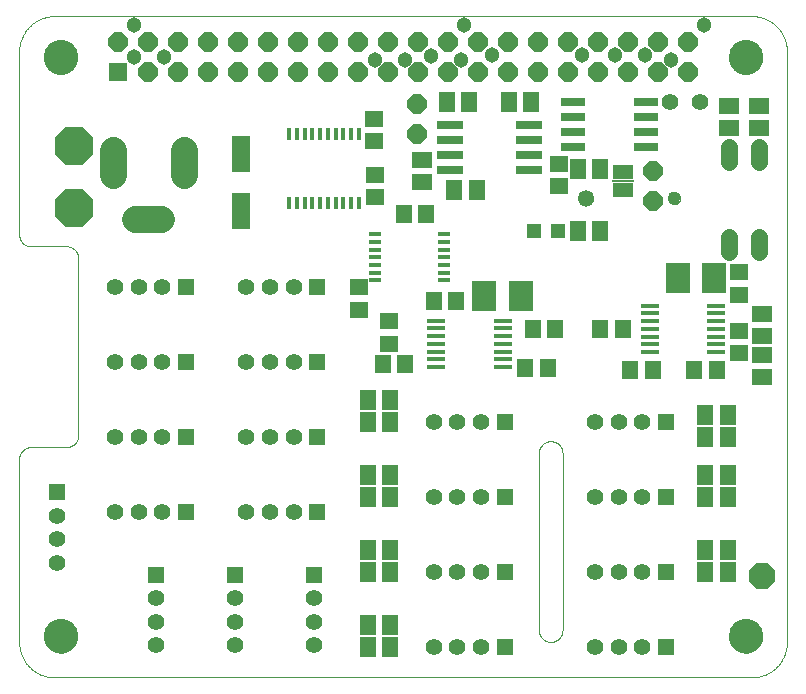
<source format=gts>
G75*
%MOIN*%
%OFA0B0*%
%FSLAX25Y25*%
%IPPOS*%
%LPD*%
%AMOC8*
5,1,8,0,0,1.08239X$1,22.5*
%
%ADD10C,0.00000*%
%ADD11C,0.11424*%
%ADD12R,0.06400X0.06400*%
%ADD13OC8,0.06400*%
%ADD14R,0.09061X0.02762*%
%ADD15R,0.05518X0.06699*%
%ADD16R,0.06699X0.05518*%
%ADD17R,0.05124X0.05124*%
%ADD18R,0.08400X0.03000*%
%ADD19C,0.05600*%
%ADD20R,0.05518X0.06306*%
%ADD21R,0.01600X0.04300*%
%ADD22R,0.06306X0.05518*%
%ADD23C,0.09000*%
%ADD24C,0.05600*%
%ADD25R,0.05912X0.12211*%
%ADD26OC8,0.08900*%
%ADD27OC8,0.12900*%
%ADD28R,0.08077X0.10243*%
%ADD29R,0.06700X0.05000*%
%ADD30R,0.07200X0.00600*%
%ADD31C,0.04337*%
%ADD32C,0.05321*%
%ADD33R,0.04300X0.01600*%
%ADD34R,0.06200X0.01800*%
%ADD35C,0.05124*%
%ADD36R,0.05550X0.05550*%
%ADD37C,0.05550*%
D10*
X0005500Y0014811D02*
X0005500Y0075835D01*
X0005502Y0075959D01*
X0005508Y0076082D01*
X0005517Y0076206D01*
X0005531Y0076328D01*
X0005548Y0076451D01*
X0005570Y0076573D01*
X0005595Y0076694D01*
X0005624Y0076814D01*
X0005656Y0076933D01*
X0005693Y0077052D01*
X0005733Y0077169D01*
X0005776Y0077284D01*
X0005824Y0077399D01*
X0005875Y0077511D01*
X0005929Y0077622D01*
X0005987Y0077732D01*
X0006048Y0077839D01*
X0006113Y0077945D01*
X0006181Y0078048D01*
X0006252Y0078149D01*
X0006326Y0078248D01*
X0006403Y0078345D01*
X0006484Y0078439D01*
X0006567Y0078530D01*
X0006653Y0078619D01*
X0006742Y0078705D01*
X0006833Y0078788D01*
X0006927Y0078869D01*
X0007024Y0078946D01*
X0007123Y0079020D01*
X0007224Y0079091D01*
X0007327Y0079159D01*
X0007433Y0079224D01*
X0007540Y0079285D01*
X0007650Y0079343D01*
X0007761Y0079397D01*
X0007873Y0079448D01*
X0007988Y0079496D01*
X0008103Y0079539D01*
X0008220Y0079579D01*
X0008339Y0079616D01*
X0008458Y0079648D01*
X0008578Y0079677D01*
X0008699Y0079702D01*
X0008821Y0079724D01*
X0008944Y0079741D01*
X0009066Y0079755D01*
X0009190Y0079764D01*
X0009313Y0079770D01*
X0009437Y0079772D01*
X0021248Y0079772D01*
X0021372Y0079774D01*
X0021495Y0079780D01*
X0021619Y0079789D01*
X0021741Y0079803D01*
X0021864Y0079820D01*
X0021986Y0079842D01*
X0022107Y0079867D01*
X0022227Y0079896D01*
X0022346Y0079928D01*
X0022465Y0079965D01*
X0022582Y0080005D01*
X0022697Y0080048D01*
X0022812Y0080096D01*
X0022924Y0080147D01*
X0023035Y0080201D01*
X0023145Y0080259D01*
X0023252Y0080320D01*
X0023358Y0080385D01*
X0023461Y0080453D01*
X0023562Y0080524D01*
X0023661Y0080598D01*
X0023758Y0080675D01*
X0023852Y0080756D01*
X0023943Y0080839D01*
X0024032Y0080925D01*
X0024118Y0081014D01*
X0024201Y0081105D01*
X0024282Y0081199D01*
X0024359Y0081296D01*
X0024433Y0081395D01*
X0024504Y0081496D01*
X0024572Y0081599D01*
X0024637Y0081705D01*
X0024698Y0081812D01*
X0024756Y0081922D01*
X0024810Y0082033D01*
X0024861Y0082145D01*
X0024909Y0082260D01*
X0024952Y0082375D01*
X0024992Y0082492D01*
X0025029Y0082611D01*
X0025061Y0082730D01*
X0025090Y0082850D01*
X0025115Y0082971D01*
X0025137Y0083093D01*
X0025154Y0083216D01*
X0025168Y0083338D01*
X0025177Y0083462D01*
X0025183Y0083585D01*
X0025185Y0083709D01*
X0025185Y0142764D01*
X0025183Y0142888D01*
X0025177Y0143011D01*
X0025168Y0143135D01*
X0025154Y0143257D01*
X0025137Y0143380D01*
X0025115Y0143502D01*
X0025090Y0143623D01*
X0025061Y0143743D01*
X0025029Y0143862D01*
X0024992Y0143981D01*
X0024952Y0144098D01*
X0024909Y0144213D01*
X0024861Y0144328D01*
X0024810Y0144440D01*
X0024756Y0144551D01*
X0024698Y0144661D01*
X0024637Y0144768D01*
X0024572Y0144874D01*
X0024504Y0144977D01*
X0024433Y0145078D01*
X0024359Y0145177D01*
X0024282Y0145274D01*
X0024201Y0145368D01*
X0024118Y0145459D01*
X0024032Y0145548D01*
X0023943Y0145634D01*
X0023852Y0145717D01*
X0023758Y0145798D01*
X0023661Y0145875D01*
X0023562Y0145949D01*
X0023461Y0146020D01*
X0023358Y0146088D01*
X0023252Y0146153D01*
X0023145Y0146214D01*
X0023035Y0146272D01*
X0022924Y0146326D01*
X0022812Y0146377D01*
X0022697Y0146425D01*
X0022582Y0146468D01*
X0022465Y0146508D01*
X0022346Y0146545D01*
X0022227Y0146577D01*
X0022107Y0146606D01*
X0021986Y0146631D01*
X0021864Y0146653D01*
X0021741Y0146670D01*
X0021619Y0146684D01*
X0021495Y0146693D01*
X0021372Y0146699D01*
X0021248Y0146701D01*
X0009437Y0146701D01*
X0009313Y0146703D01*
X0009190Y0146709D01*
X0009066Y0146718D01*
X0008944Y0146732D01*
X0008821Y0146749D01*
X0008699Y0146771D01*
X0008578Y0146796D01*
X0008458Y0146825D01*
X0008339Y0146857D01*
X0008220Y0146894D01*
X0008103Y0146934D01*
X0007988Y0146977D01*
X0007873Y0147025D01*
X0007761Y0147076D01*
X0007650Y0147130D01*
X0007540Y0147188D01*
X0007433Y0147249D01*
X0007327Y0147314D01*
X0007224Y0147382D01*
X0007123Y0147453D01*
X0007024Y0147527D01*
X0006927Y0147604D01*
X0006833Y0147685D01*
X0006742Y0147768D01*
X0006653Y0147854D01*
X0006567Y0147943D01*
X0006484Y0148034D01*
X0006403Y0148128D01*
X0006326Y0148225D01*
X0006252Y0148324D01*
X0006181Y0148425D01*
X0006113Y0148528D01*
X0006048Y0148634D01*
X0005987Y0148741D01*
X0005929Y0148851D01*
X0005875Y0148962D01*
X0005824Y0149074D01*
X0005776Y0149189D01*
X0005733Y0149304D01*
X0005693Y0149421D01*
X0005656Y0149540D01*
X0005624Y0149659D01*
X0005595Y0149779D01*
X0005570Y0149900D01*
X0005548Y0150022D01*
X0005531Y0150145D01*
X0005517Y0150267D01*
X0005508Y0150391D01*
X0005502Y0150514D01*
X0005500Y0150638D01*
X0005500Y0211661D01*
X0005503Y0211946D01*
X0005514Y0212232D01*
X0005531Y0212517D01*
X0005555Y0212801D01*
X0005586Y0213085D01*
X0005624Y0213368D01*
X0005669Y0213649D01*
X0005720Y0213930D01*
X0005778Y0214210D01*
X0005843Y0214488D01*
X0005915Y0214764D01*
X0005993Y0215038D01*
X0006078Y0215311D01*
X0006170Y0215581D01*
X0006268Y0215849D01*
X0006372Y0216115D01*
X0006483Y0216378D01*
X0006600Y0216638D01*
X0006723Y0216896D01*
X0006853Y0217150D01*
X0006989Y0217401D01*
X0007130Y0217649D01*
X0007278Y0217893D01*
X0007431Y0218134D01*
X0007591Y0218370D01*
X0007756Y0218603D01*
X0007926Y0218832D01*
X0008102Y0219057D01*
X0008284Y0219277D01*
X0008470Y0219493D01*
X0008662Y0219704D01*
X0008859Y0219911D01*
X0009061Y0220113D01*
X0009268Y0220310D01*
X0009479Y0220502D01*
X0009695Y0220688D01*
X0009915Y0220870D01*
X0010140Y0221046D01*
X0010369Y0221216D01*
X0010602Y0221381D01*
X0010838Y0221541D01*
X0011079Y0221694D01*
X0011323Y0221842D01*
X0011571Y0221983D01*
X0011822Y0222119D01*
X0012076Y0222249D01*
X0012334Y0222372D01*
X0012594Y0222489D01*
X0012857Y0222600D01*
X0013123Y0222704D01*
X0013391Y0222802D01*
X0013661Y0222894D01*
X0013934Y0222979D01*
X0014208Y0223057D01*
X0014484Y0223129D01*
X0014762Y0223194D01*
X0015042Y0223252D01*
X0015323Y0223303D01*
X0015604Y0223348D01*
X0015887Y0223386D01*
X0016171Y0223417D01*
X0016455Y0223441D01*
X0016740Y0223458D01*
X0017026Y0223469D01*
X0017311Y0223472D01*
X0249594Y0223472D01*
X0249879Y0223469D01*
X0250165Y0223458D01*
X0250450Y0223441D01*
X0250734Y0223417D01*
X0251018Y0223386D01*
X0251301Y0223348D01*
X0251582Y0223303D01*
X0251863Y0223252D01*
X0252143Y0223194D01*
X0252421Y0223129D01*
X0252697Y0223057D01*
X0252971Y0222979D01*
X0253244Y0222894D01*
X0253514Y0222802D01*
X0253782Y0222704D01*
X0254048Y0222600D01*
X0254311Y0222489D01*
X0254571Y0222372D01*
X0254829Y0222249D01*
X0255083Y0222119D01*
X0255334Y0221983D01*
X0255582Y0221842D01*
X0255826Y0221694D01*
X0256067Y0221541D01*
X0256303Y0221381D01*
X0256536Y0221216D01*
X0256765Y0221046D01*
X0256990Y0220870D01*
X0257210Y0220688D01*
X0257426Y0220502D01*
X0257637Y0220310D01*
X0257844Y0220113D01*
X0258046Y0219911D01*
X0258243Y0219704D01*
X0258435Y0219493D01*
X0258621Y0219277D01*
X0258803Y0219057D01*
X0258979Y0218832D01*
X0259149Y0218603D01*
X0259314Y0218370D01*
X0259474Y0218134D01*
X0259627Y0217893D01*
X0259775Y0217649D01*
X0259916Y0217401D01*
X0260052Y0217150D01*
X0260182Y0216896D01*
X0260305Y0216638D01*
X0260422Y0216378D01*
X0260533Y0216115D01*
X0260637Y0215849D01*
X0260735Y0215581D01*
X0260827Y0215311D01*
X0260912Y0215038D01*
X0260990Y0214764D01*
X0261062Y0214488D01*
X0261127Y0214210D01*
X0261185Y0213930D01*
X0261236Y0213649D01*
X0261281Y0213368D01*
X0261319Y0213085D01*
X0261350Y0212801D01*
X0261374Y0212517D01*
X0261391Y0212232D01*
X0261402Y0211946D01*
X0261405Y0211661D01*
X0261406Y0211661D02*
X0261406Y0014811D01*
X0261405Y0014811D02*
X0261402Y0014526D01*
X0261391Y0014240D01*
X0261374Y0013955D01*
X0261350Y0013671D01*
X0261319Y0013387D01*
X0261281Y0013104D01*
X0261236Y0012823D01*
X0261185Y0012542D01*
X0261127Y0012262D01*
X0261062Y0011984D01*
X0260990Y0011708D01*
X0260912Y0011434D01*
X0260827Y0011161D01*
X0260735Y0010891D01*
X0260637Y0010623D01*
X0260533Y0010357D01*
X0260422Y0010094D01*
X0260305Y0009834D01*
X0260182Y0009576D01*
X0260052Y0009322D01*
X0259916Y0009071D01*
X0259775Y0008823D01*
X0259627Y0008579D01*
X0259474Y0008338D01*
X0259314Y0008102D01*
X0259149Y0007869D01*
X0258979Y0007640D01*
X0258803Y0007415D01*
X0258621Y0007195D01*
X0258435Y0006979D01*
X0258243Y0006768D01*
X0258046Y0006561D01*
X0257844Y0006359D01*
X0257637Y0006162D01*
X0257426Y0005970D01*
X0257210Y0005784D01*
X0256990Y0005602D01*
X0256765Y0005426D01*
X0256536Y0005256D01*
X0256303Y0005091D01*
X0256067Y0004931D01*
X0255826Y0004778D01*
X0255582Y0004630D01*
X0255334Y0004489D01*
X0255083Y0004353D01*
X0254829Y0004223D01*
X0254571Y0004100D01*
X0254311Y0003983D01*
X0254048Y0003872D01*
X0253782Y0003768D01*
X0253514Y0003670D01*
X0253244Y0003578D01*
X0252971Y0003493D01*
X0252697Y0003415D01*
X0252421Y0003343D01*
X0252143Y0003278D01*
X0251863Y0003220D01*
X0251582Y0003169D01*
X0251301Y0003124D01*
X0251018Y0003086D01*
X0250734Y0003055D01*
X0250450Y0003031D01*
X0250165Y0003014D01*
X0249879Y0003003D01*
X0249594Y0003000D01*
X0017311Y0003000D01*
X0017026Y0003003D01*
X0016740Y0003014D01*
X0016455Y0003031D01*
X0016171Y0003055D01*
X0015887Y0003086D01*
X0015604Y0003124D01*
X0015323Y0003169D01*
X0015042Y0003220D01*
X0014762Y0003278D01*
X0014484Y0003343D01*
X0014208Y0003415D01*
X0013934Y0003493D01*
X0013661Y0003578D01*
X0013391Y0003670D01*
X0013123Y0003768D01*
X0012857Y0003872D01*
X0012594Y0003983D01*
X0012334Y0004100D01*
X0012076Y0004223D01*
X0011822Y0004353D01*
X0011571Y0004489D01*
X0011323Y0004630D01*
X0011079Y0004778D01*
X0010838Y0004931D01*
X0010602Y0005091D01*
X0010369Y0005256D01*
X0010140Y0005426D01*
X0009915Y0005602D01*
X0009695Y0005784D01*
X0009479Y0005970D01*
X0009268Y0006162D01*
X0009061Y0006359D01*
X0008859Y0006561D01*
X0008662Y0006768D01*
X0008470Y0006979D01*
X0008284Y0007195D01*
X0008102Y0007415D01*
X0007926Y0007640D01*
X0007756Y0007869D01*
X0007591Y0008102D01*
X0007431Y0008338D01*
X0007278Y0008579D01*
X0007130Y0008823D01*
X0006989Y0009071D01*
X0006853Y0009322D01*
X0006723Y0009576D01*
X0006600Y0009834D01*
X0006483Y0010094D01*
X0006372Y0010357D01*
X0006268Y0010623D01*
X0006170Y0010891D01*
X0006078Y0011161D01*
X0005993Y0011434D01*
X0005915Y0011708D01*
X0005843Y0011984D01*
X0005778Y0012262D01*
X0005720Y0012542D01*
X0005669Y0012823D01*
X0005624Y0013104D01*
X0005586Y0013387D01*
X0005555Y0013671D01*
X0005531Y0013955D01*
X0005514Y0014240D01*
X0005503Y0014526D01*
X0005500Y0014811D01*
X0013768Y0016780D02*
X0013770Y0016928D01*
X0013776Y0017076D01*
X0013786Y0017224D01*
X0013800Y0017371D01*
X0013818Y0017518D01*
X0013839Y0017664D01*
X0013865Y0017810D01*
X0013895Y0017955D01*
X0013928Y0018099D01*
X0013966Y0018242D01*
X0014007Y0018384D01*
X0014052Y0018525D01*
X0014100Y0018665D01*
X0014153Y0018804D01*
X0014209Y0018941D01*
X0014269Y0019076D01*
X0014332Y0019210D01*
X0014399Y0019342D01*
X0014470Y0019472D01*
X0014544Y0019600D01*
X0014621Y0019726D01*
X0014702Y0019850D01*
X0014786Y0019972D01*
X0014873Y0020091D01*
X0014964Y0020208D01*
X0015058Y0020323D01*
X0015154Y0020435D01*
X0015254Y0020545D01*
X0015356Y0020651D01*
X0015462Y0020755D01*
X0015570Y0020856D01*
X0015681Y0020954D01*
X0015794Y0021050D01*
X0015910Y0021142D01*
X0016028Y0021231D01*
X0016149Y0021316D01*
X0016272Y0021399D01*
X0016397Y0021478D01*
X0016524Y0021554D01*
X0016653Y0021626D01*
X0016784Y0021695D01*
X0016917Y0021760D01*
X0017052Y0021821D01*
X0017188Y0021879D01*
X0017325Y0021934D01*
X0017464Y0021984D01*
X0017605Y0022031D01*
X0017746Y0022074D01*
X0017889Y0022114D01*
X0018033Y0022149D01*
X0018177Y0022181D01*
X0018323Y0022208D01*
X0018469Y0022232D01*
X0018616Y0022252D01*
X0018763Y0022268D01*
X0018910Y0022280D01*
X0019058Y0022288D01*
X0019206Y0022292D01*
X0019354Y0022292D01*
X0019502Y0022288D01*
X0019650Y0022280D01*
X0019797Y0022268D01*
X0019944Y0022252D01*
X0020091Y0022232D01*
X0020237Y0022208D01*
X0020383Y0022181D01*
X0020527Y0022149D01*
X0020671Y0022114D01*
X0020814Y0022074D01*
X0020955Y0022031D01*
X0021096Y0021984D01*
X0021235Y0021934D01*
X0021372Y0021879D01*
X0021508Y0021821D01*
X0021643Y0021760D01*
X0021776Y0021695D01*
X0021907Y0021626D01*
X0022036Y0021554D01*
X0022163Y0021478D01*
X0022288Y0021399D01*
X0022411Y0021316D01*
X0022532Y0021231D01*
X0022650Y0021142D01*
X0022766Y0021050D01*
X0022879Y0020954D01*
X0022990Y0020856D01*
X0023098Y0020755D01*
X0023204Y0020651D01*
X0023306Y0020545D01*
X0023406Y0020435D01*
X0023502Y0020323D01*
X0023596Y0020208D01*
X0023687Y0020091D01*
X0023774Y0019972D01*
X0023858Y0019850D01*
X0023939Y0019726D01*
X0024016Y0019600D01*
X0024090Y0019472D01*
X0024161Y0019342D01*
X0024228Y0019210D01*
X0024291Y0019076D01*
X0024351Y0018941D01*
X0024407Y0018804D01*
X0024460Y0018665D01*
X0024508Y0018525D01*
X0024553Y0018384D01*
X0024594Y0018242D01*
X0024632Y0018099D01*
X0024665Y0017955D01*
X0024695Y0017810D01*
X0024721Y0017664D01*
X0024742Y0017518D01*
X0024760Y0017371D01*
X0024774Y0017224D01*
X0024784Y0017076D01*
X0024790Y0016928D01*
X0024792Y0016780D01*
X0024790Y0016632D01*
X0024784Y0016484D01*
X0024774Y0016336D01*
X0024760Y0016189D01*
X0024742Y0016042D01*
X0024721Y0015896D01*
X0024695Y0015750D01*
X0024665Y0015605D01*
X0024632Y0015461D01*
X0024594Y0015318D01*
X0024553Y0015176D01*
X0024508Y0015035D01*
X0024460Y0014895D01*
X0024407Y0014756D01*
X0024351Y0014619D01*
X0024291Y0014484D01*
X0024228Y0014350D01*
X0024161Y0014218D01*
X0024090Y0014088D01*
X0024016Y0013960D01*
X0023939Y0013834D01*
X0023858Y0013710D01*
X0023774Y0013588D01*
X0023687Y0013469D01*
X0023596Y0013352D01*
X0023502Y0013237D01*
X0023406Y0013125D01*
X0023306Y0013015D01*
X0023204Y0012909D01*
X0023098Y0012805D01*
X0022990Y0012704D01*
X0022879Y0012606D01*
X0022766Y0012510D01*
X0022650Y0012418D01*
X0022532Y0012329D01*
X0022411Y0012244D01*
X0022288Y0012161D01*
X0022163Y0012082D01*
X0022036Y0012006D01*
X0021907Y0011934D01*
X0021776Y0011865D01*
X0021643Y0011800D01*
X0021508Y0011739D01*
X0021372Y0011681D01*
X0021235Y0011626D01*
X0021096Y0011576D01*
X0020955Y0011529D01*
X0020814Y0011486D01*
X0020671Y0011446D01*
X0020527Y0011411D01*
X0020383Y0011379D01*
X0020237Y0011352D01*
X0020091Y0011328D01*
X0019944Y0011308D01*
X0019797Y0011292D01*
X0019650Y0011280D01*
X0019502Y0011272D01*
X0019354Y0011268D01*
X0019206Y0011268D01*
X0019058Y0011272D01*
X0018910Y0011280D01*
X0018763Y0011292D01*
X0018616Y0011308D01*
X0018469Y0011328D01*
X0018323Y0011352D01*
X0018177Y0011379D01*
X0018033Y0011411D01*
X0017889Y0011446D01*
X0017746Y0011486D01*
X0017605Y0011529D01*
X0017464Y0011576D01*
X0017325Y0011626D01*
X0017188Y0011681D01*
X0017052Y0011739D01*
X0016917Y0011800D01*
X0016784Y0011865D01*
X0016653Y0011934D01*
X0016524Y0012006D01*
X0016397Y0012082D01*
X0016272Y0012161D01*
X0016149Y0012244D01*
X0016028Y0012329D01*
X0015910Y0012418D01*
X0015794Y0012510D01*
X0015681Y0012606D01*
X0015570Y0012704D01*
X0015462Y0012805D01*
X0015356Y0012909D01*
X0015254Y0013015D01*
X0015154Y0013125D01*
X0015058Y0013237D01*
X0014964Y0013352D01*
X0014873Y0013469D01*
X0014786Y0013588D01*
X0014702Y0013710D01*
X0014621Y0013834D01*
X0014544Y0013960D01*
X0014470Y0014088D01*
X0014399Y0014218D01*
X0014332Y0014350D01*
X0014269Y0014484D01*
X0014209Y0014619D01*
X0014153Y0014756D01*
X0014100Y0014895D01*
X0014052Y0015035D01*
X0014007Y0015176D01*
X0013966Y0015318D01*
X0013928Y0015461D01*
X0013895Y0015605D01*
X0013865Y0015750D01*
X0013839Y0015896D01*
X0013818Y0016042D01*
X0013800Y0016189D01*
X0013786Y0016336D01*
X0013776Y0016484D01*
X0013770Y0016632D01*
X0013768Y0016780D01*
X0178728Y0018787D02*
X0178728Y0077803D01*
X0178730Y0077927D01*
X0178736Y0078050D01*
X0178745Y0078174D01*
X0178759Y0078296D01*
X0178776Y0078419D01*
X0178798Y0078541D01*
X0178823Y0078662D01*
X0178852Y0078782D01*
X0178884Y0078901D01*
X0178921Y0079020D01*
X0178961Y0079137D01*
X0179004Y0079252D01*
X0179052Y0079367D01*
X0179103Y0079479D01*
X0179157Y0079590D01*
X0179215Y0079700D01*
X0179276Y0079807D01*
X0179341Y0079913D01*
X0179409Y0080016D01*
X0179480Y0080117D01*
X0179554Y0080216D01*
X0179631Y0080313D01*
X0179712Y0080407D01*
X0179795Y0080498D01*
X0179881Y0080587D01*
X0179970Y0080673D01*
X0180061Y0080756D01*
X0180155Y0080837D01*
X0180252Y0080914D01*
X0180351Y0080988D01*
X0180452Y0081059D01*
X0180555Y0081127D01*
X0180661Y0081192D01*
X0180768Y0081253D01*
X0180878Y0081311D01*
X0180989Y0081365D01*
X0181101Y0081416D01*
X0181216Y0081464D01*
X0181331Y0081507D01*
X0181448Y0081547D01*
X0181567Y0081584D01*
X0181686Y0081616D01*
X0181806Y0081645D01*
X0181927Y0081670D01*
X0182049Y0081692D01*
X0182172Y0081709D01*
X0182294Y0081723D01*
X0182418Y0081732D01*
X0182541Y0081738D01*
X0182665Y0081740D01*
X0182789Y0081738D01*
X0182912Y0081732D01*
X0183036Y0081723D01*
X0183158Y0081709D01*
X0183281Y0081692D01*
X0183403Y0081670D01*
X0183524Y0081645D01*
X0183644Y0081616D01*
X0183763Y0081584D01*
X0183882Y0081547D01*
X0183999Y0081507D01*
X0184114Y0081464D01*
X0184229Y0081416D01*
X0184341Y0081365D01*
X0184452Y0081311D01*
X0184562Y0081253D01*
X0184669Y0081192D01*
X0184775Y0081127D01*
X0184878Y0081059D01*
X0184979Y0080988D01*
X0185078Y0080914D01*
X0185175Y0080837D01*
X0185269Y0080756D01*
X0185360Y0080673D01*
X0185449Y0080587D01*
X0185535Y0080498D01*
X0185618Y0080407D01*
X0185699Y0080313D01*
X0185776Y0080216D01*
X0185850Y0080117D01*
X0185921Y0080016D01*
X0185989Y0079913D01*
X0186054Y0079807D01*
X0186115Y0079700D01*
X0186173Y0079590D01*
X0186227Y0079479D01*
X0186278Y0079367D01*
X0186326Y0079252D01*
X0186369Y0079137D01*
X0186409Y0079020D01*
X0186446Y0078901D01*
X0186478Y0078782D01*
X0186507Y0078662D01*
X0186532Y0078541D01*
X0186554Y0078419D01*
X0186571Y0078296D01*
X0186585Y0078174D01*
X0186594Y0078050D01*
X0186600Y0077927D01*
X0186602Y0077803D01*
X0186602Y0018787D01*
X0186600Y0018663D01*
X0186594Y0018540D01*
X0186585Y0018416D01*
X0186571Y0018294D01*
X0186554Y0018171D01*
X0186532Y0018049D01*
X0186507Y0017928D01*
X0186478Y0017808D01*
X0186446Y0017689D01*
X0186409Y0017570D01*
X0186369Y0017453D01*
X0186326Y0017338D01*
X0186278Y0017223D01*
X0186227Y0017111D01*
X0186173Y0017000D01*
X0186115Y0016890D01*
X0186054Y0016783D01*
X0185989Y0016677D01*
X0185921Y0016574D01*
X0185850Y0016473D01*
X0185776Y0016374D01*
X0185699Y0016277D01*
X0185618Y0016183D01*
X0185535Y0016092D01*
X0185449Y0016003D01*
X0185360Y0015917D01*
X0185269Y0015834D01*
X0185175Y0015753D01*
X0185078Y0015676D01*
X0184979Y0015602D01*
X0184878Y0015531D01*
X0184775Y0015463D01*
X0184669Y0015398D01*
X0184562Y0015337D01*
X0184452Y0015279D01*
X0184341Y0015225D01*
X0184229Y0015174D01*
X0184114Y0015126D01*
X0183999Y0015083D01*
X0183882Y0015043D01*
X0183763Y0015006D01*
X0183644Y0014974D01*
X0183524Y0014945D01*
X0183403Y0014920D01*
X0183281Y0014898D01*
X0183158Y0014881D01*
X0183036Y0014867D01*
X0182912Y0014858D01*
X0182789Y0014852D01*
X0182665Y0014850D01*
X0182541Y0014852D01*
X0182418Y0014858D01*
X0182294Y0014867D01*
X0182172Y0014881D01*
X0182049Y0014898D01*
X0181927Y0014920D01*
X0181806Y0014945D01*
X0181686Y0014974D01*
X0181567Y0015006D01*
X0181448Y0015043D01*
X0181331Y0015083D01*
X0181216Y0015126D01*
X0181101Y0015174D01*
X0180989Y0015225D01*
X0180878Y0015279D01*
X0180768Y0015337D01*
X0180661Y0015398D01*
X0180555Y0015463D01*
X0180452Y0015531D01*
X0180351Y0015602D01*
X0180252Y0015676D01*
X0180155Y0015753D01*
X0180061Y0015834D01*
X0179970Y0015917D01*
X0179881Y0016003D01*
X0179795Y0016092D01*
X0179712Y0016183D01*
X0179631Y0016277D01*
X0179554Y0016374D01*
X0179480Y0016473D01*
X0179409Y0016574D01*
X0179341Y0016677D01*
X0179276Y0016783D01*
X0179215Y0016890D01*
X0179157Y0017000D01*
X0179103Y0017111D01*
X0179052Y0017223D01*
X0179004Y0017338D01*
X0178961Y0017453D01*
X0178921Y0017570D01*
X0178884Y0017689D01*
X0178852Y0017808D01*
X0178823Y0017928D01*
X0178798Y0018049D01*
X0178776Y0018171D01*
X0178759Y0018294D01*
X0178745Y0018416D01*
X0178736Y0018540D01*
X0178730Y0018663D01*
X0178728Y0018787D01*
X0242114Y0016780D02*
X0242116Y0016928D01*
X0242122Y0017076D01*
X0242132Y0017224D01*
X0242146Y0017371D01*
X0242164Y0017518D01*
X0242185Y0017664D01*
X0242211Y0017810D01*
X0242241Y0017955D01*
X0242274Y0018099D01*
X0242312Y0018242D01*
X0242353Y0018384D01*
X0242398Y0018525D01*
X0242446Y0018665D01*
X0242499Y0018804D01*
X0242555Y0018941D01*
X0242615Y0019076D01*
X0242678Y0019210D01*
X0242745Y0019342D01*
X0242816Y0019472D01*
X0242890Y0019600D01*
X0242967Y0019726D01*
X0243048Y0019850D01*
X0243132Y0019972D01*
X0243219Y0020091D01*
X0243310Y0020208D01*
X0243404Y0020323D01*
X0243500Y0020435D01*
X0243600Y0020545D01*
X0243702Y0020651D01*
X0243808Y0020755D01*
X0243916Y0020856D01*
X0244027Y0020954D01*
X0244140Y0021050D01*
X0244256Y0021142D01*
X0244374Y0021231D01*
X0244495Y0021316D01*
X0244618Y0021399D01*
X0244743Y0021478D01*
X0244870Y0021554D01*
X0244999Y0021626D01*
X0245130Y0021695D01*
X0245263Y0021760D01*
X0245398Y0021821D01*
X0245534Y0021879D01*
X0245671Y0021934D01*
X0245810Y0021984D01*
X0245951Y0022031D01*
X0246092Y0022074D01*
X0246235Y0022114D01*
X0246379Y0022149D01*
X0246523Y0022181D01*
X0246669Y0022208D01*
X0246815Y0022232D01*
X0246962Y0022252D01*
X0247109Y0022268D01*
X0247256Y0022280D01*
X0247404Y0022288D01*
X0247552Y0022292D01*
X0247700Y0022292D01*
X0247848Y0022288D01*
X0247996Y0022280D01*
X0248143Y0022268D01*
X0248290Y0022252D01*
X0248437Y0022232D01*
X0248583Y0022208D01*
X0248729Y0022181D01*
X0248873Y0022149D01*
X0249017Y0022114D01*
X0249160Y0022074D01*
X0249301Y0022031D01*
X0249442Y0021984D01*
X0249581Y0021934D01*
X0249718Y0021879D01*
X0249854Y0021821D01*
X0249989Y0021760D01*
X0250122Y0021695D01*
X0250253Y0021626D01*
X0250382Y0021554D01*
X0250509Y0021478D01*
X0250634Y0021399D01*
X0250757Y0021316D01*
X0250878Y0021231D01*
X0250996Y0021142D01*
X0251112Y0021050D01*
X0251225Y0020954D01*
X0251336Y0020856D01*
X0251444Y0020755D01*
X0251550Y0020651D01*
X0251652Y0020545D01*
X0251752Y0020435D01*
X0251848Y0020323D01*
X0251942Y0020208D01*
X0252033Y0020091D01*
X0252120Y0019972D01*
X0252204Y0019850D01*
X0252285Y0019726D01*
X0252362Y0019600D01*
X0252436Y0019472D01*
X0252507Y0019342D01*
X0252574Y0019210D01*
X0252637Y0019076D01*
X0252697Y0018941D01*
X0252753Y0018804D01*
X0252806Y0018665D01*
X0252854Y0018525D01*
X0252899Y0018384D01*
X0252940Y0018242D01*
X0252978Y0018099D01*
X0253011Y0017955D01*
X0253041Y0017810D01*
X0253067Y0017664D01*
X0253088Y0017518D01*
X0253106Y0017371D01*
X0253120Y0017224D01*
X0253130Y0017076D01*
X0253136Y0016928D01*
X0253138Y0016780D01*
X0253136Y0016632D01*
X0253130Y0016484D01*
X0253120Y0016336D01*
X0253106Y0016189D01*
X0253088Y0016042D01*
X0253067Y0015896D01*
X0253041Y0015750D01*
X0253011Y0015605D01*
X0252978Y0015461D01*
X0252940Y0015318D01*
X0252899Y0015176D01*
X0252854Y0015035D01*
X0252806Y0014895D01*
X0252753Y0014756D01*
X0252697Y0014619D01*
X0252637Y0014484D01*
X0252574Y0014350D01*
X0252507Y0014218D01*
X0252436Y0014088D01*
X0252362Y0013960D01*
X0252285Y0013834D01*
X0252204Y0013710D01*
X0252120Y0013588D01*
X0252033Y0013469D01*
X0251942Y0013352D01*
X0251848Y0013237D01*
X0251752Y0013125D01*
X0251652Y0013015D01*
X0251550Y0012909D01*
X0251444Y0012805D01*
X0251336Y0012704D01*
X0251225Y0012606D01*
X0251112Y0012510D01*
X0250996Y0012418D01*
X0250878Y0012329D01*
X0250757Y0012244D01*
X0250634Y0012161D01*
X0250509Y0012082D01*
X0250382Y0012006D01*
X0250253Y0011934D01*
X0250122Y0011865D01*
X0249989Y0011800D01*
X0249854Y0011739D01*
X0249718Y0011681D01*
X0249581Y0011626D01*
X0249442Y0011576D01*
X0249301Y0011529D01*
X0249160Y0011486D01*
X0249017Y0011446D01*
X0248873Y0011411D01*
X0248729Y0011379D01*
X0248583Y0011352D01*
X0248437Y0011328D01*
X0248290Y0011308D01*
X0248143Y0011292D01*
X0247996Y0011280D01*
X0247848Y0011272D01*
X0247700Y0011268D01*
X0247552Y0011268D01*
X0247404Y0011272D01*
X0247256Y0011280D01*
X0247109Y0011292D01*
X0246962Y0011308D01*
X0246815Y0011328D01*
X0246669Y0011352D01*
X0246523Y0011379D01*
X0246379Y0011411D01*
X0246235Y0011446D01*
X0246092Y0011486D01*
X0245951Y0011529D01*
X0245810Y0011576D01*
X0245671Y0011626D01*
X0245534Y0011681D01*
X0245398Y0011739D01*
X0245263Y0011800D01*
X0245130Y0011865D01*
X0244999Y0011934D01*
X0244870Y0012006D01*
X0244743Y0012082D01*
X0244618Y0012161D01*
X0244495Y0012244D01*
X0244374Y0012329D01*
X0244256Y0012418D01*
X0244140Y0012510D01*
X0244027Y0012606D01*
X0243916Y0012704D01*
X0243808Y0012805D01*
X0243702Y0012909D01*
X0243600Y0013015D01*
X0243500Y0013125D01*
X0243404Y0013237D01*
X0243310Y0013352D01*
X0243219Y0013469D01*
X0243132Y0013588D01*
X0243048Y0013710D01*
X0242967Y0013834D01*
X0242890Y0013960D01*
X0242816Y0014088D01*
X0242745Y0014218D01*
X0242678Y0014350D01*
X0242615Y0014484D01*
X0242555Y0014619D01*
X0242499Y0014756D01*
X0242446Y0014895D01*
X0242398Y0015035D01*
X0242353Y0015176D01*
X0242312Y0015318D01*
X0242274Y0015461D01*
X0242241Y0015605D01*
X0242211Y0015750D01*
X0242185Y0015896D01*
X0242164Y0016042D01*
X0242146Y0016189D01*
X0242132Y0016336D01*
X0242122Y0016484D01*
X0242116Y0016632D01*
X0242114Y0016780D01*
X0221828Y0162754D02*
X0221830Y0162842D01*
X0221836Y0162930D01*
X0221846Y0163018D01*
X0221860Y0163106D01*
X0221877Y0163192D01*
X0221899Y0163278D01*
X0221924Y0163362D01*
X0221954Y0163446D01*
X0221986Y0163528D01*
X0222023Y0163608D01*
X0222063Y0163687D01*
X0222107Y0163764D01*
X0222154Y0163839D01*
X0222204Y0163911D01*
X0222258Y0163982D01*
X0222314Y0164049D01*
X0222374Y0164115D01*
X0222436Y0164177D01*
X0222502Y0164237D01*
X0222569Y0164293D01*
X0222640Y0164347D01*
X0222712Y0164397D01*
X0222787Y0164444D01*
X0222864Y0164488D01*
X0222943Y0164528D01*
X0223023Y0164565D01*
X0223105Y0164597D01*
X0223189Y0164627D01*
X0223273Y0164652D01*
X0223359Y0164674D01*
X0223445Y0164691D01*
X0223533Y0164705D01*
X0223621Y0164715D01*
X0223709Y0164721D01*
X0223797Y0164723D01*
X0223885Y0164721D01*
X0223973Y0164715D01*
X0224061Y0164705D01*
X0224149Y0164691D01*
X0224235Y0164674D01*
X0224321Y0164652D01*
X0224405Y0164627D01*
X0224489Y0164597D01*
X0224571Y0164565D01*
X0224651Y0164528D01*
X0224730Y0164488D01*
X0224807Y0164444D01*
X0224882Y0164397D01*
X0224954Y0164347D01*
X0225025Y0164293D01*
X0225092Y0164237D01*
X0225158Y0164177D01*
X0225220Y0164115D01*
X0225280Y0164049D01*
X0225336Y0163982D01*
X0225390Y0163911D01*
X0225440Y0163839D01*
X0225487Y0163764D01*
X0225531Y0163687D01*
X0225571Y0163608D01*
X0225608Y0163528D01*
X0225640Y0163446D01*
X0225670Y0163362D01*
X0225695Y0163278D01*
X0225717Y0163192D01*
X0225734Y0163106D01*
X0225748Y0163018D01*
X0225758Y0162930D01*
X0225764Y0162842D01*
X0225766Y0162754D01*
X0225764Y0162666D01*
X0225758Y0162578D01*
X0225748Y0162490D01*
X0225734Y0162402D01*
X0225717Y0162316D01*
X0225695Y0162230D01*
X0225670Y0162146D01*
X0225640Y0162062D01*
X0225608Y0161980D01*
X0225571Y0161900D01*
X0225531Y0161821D01*
X0225487Y0161744D01*
X0225440Y0161669D01*
X0225390Y0161597D01*
X0225336Y0161526D01*
X0225280Y0161459D01*
X0225220Y0161393D01*
X0225158Y0161331D01*
X0225092Y0161271D01*
X0225025Y0161215D01*
X0224954Y0161161D01*
X0224882Y0161111D01*
X0224807Y0161064D01*
X0224730Y0161020D01*
X0224651Y0160980D01*
X0224571Y0160943D01*
X0224489Y0160911D01*
X0224405Y0160881D01*
X0224321Y0160856D01*
X0224235Y0160834D01*
X0224149Y0160817D01*
X0224061Y0160803D01*
X0223973Y0160793D01*
X0223885Y0160787D01*
X0223797Y0160785D01*
X0223709Y0160787D01*
X0223621Y0160793D01*
X0223533Y0160803D01*
X0223445Y0160817D01*
X0223359Y0160834D01*
X0223273Y0160856D01*
X0223189Y0160881D01*
X0223105Y0160911D01*
X0223023Y0160943D01*
X0222943Y0160980D01*
X0222864Y0161020D01*
X0222787Y0161064D01*
X0222712Y0161111D01*
X0222640Y0161161D01*
X0222569Y0161215D01*
X0222502Y0161271D01*
X0222436Y0161331D01*
X0222374Y0161393D01*
X0222314Y0161459D01*
X0222258Y0161526D01*
X0222204Y0161597D01*
X0222154Y0161669D01*
X0222107Y0161744D01*
X0222063Y0161821D01*
X0222023Y0161900D01*
X0221986Y0161980D01*
X0221954Y0162062D01*
X0221924Y0162146D01*
X0221899Y0162230D01*
X0221877Y0162316D01*
X0221860Y0162402D01*
X0221846Y0162490D01*
X0221836Y0162578D01*
X0221830Y0162666D01*
X0221828Y0162754D01*
X0191809Y0162754D02*
X0191811Y0162853D01*
X0191817Y0162952D01*
X0191827Y0163051D01*
X0191841Y0163149D01*
X0191859Y0163246D01*
X0191881Y0163343D01*
X0191906Y0163439D01*
X0191936Y0163533D01*
X0191969Y0163627D01*
X0192006Y0163719D01*
X0192047Y0163809D01*
X0192091Y0163898D01*
X0192139Y0163984D01*
X0192190Y0164069D01*
X0192245Y0164152D01*
X0192303Y0164232D01*
X0192364Y0164310D01*
X0192428Y0164386D01*
X0192495Y0164459D01*
X0192565Y0164529D01*
X0192638Y0164596D01*
X0192714Y0164660D01*
X0192792Y0164721D01*
X0192872Y0164779D01*
X0192955Y0164834D01*
X0193039Y0164885D01*
X0193126Y0164933D01*
X0193215Y0164977D01*
X0193305Y0165018D01*
X0193397Y0165055D01*
X0193491Y0165088D01*
X0193585Y0165118D01*
X0193681Y0165143D01*
X0193778Y0165165D01*
X0193875Y0165183D01*
X0193973Y0165197D01*
X0194072Y0165207D01*
X0194171Y0165213D01*
X0194270Y0165215D01*
X0194369Y0165213D01*
X0194468Y0165207D01*
X0194567Y0165197D01*
X0194665Y0165183D01*
X0194762Y0165165D01*
X0194859Y0165143D01*
X0194955Y0165118D01*
X0195049Y0165088D01*
X0195143Y0165055D01*
X0195235Y0165018D01*
X0195325Y0164977D01*
X0195414Y0164933D01*
X0195500Y0164885D01*
X0195585Y0164834D01*
X0195668Y0164779D01*
X0195748Y0164721D01*
X0195826Y0164660D01*
X0195902Y0164596D01*
X0195975Y0164529D01*
X0196045Y0164459D01*
X0196112Y0164386D01*
X0196176Y0164310D01*
X0196237Y0164232D01*
X0196295Y0164152D01*
X0196350Y0164069D01*
X0196401Y0163985D01*
X0196449Y0163898D01*
X0196493Y0163809D01*
X0196534Y0163719D01*
X0196571Y0163627D01*
X0196604Y0163533D01*
X0196634Y0163439D01*
X0196659Y0163343D01*
X0196681Y0163246D01*
X0196699Y0163149D01*
X0196713Y0163051D01*
X0196723Y0162952D01*
X0196729Y0162853D01*
X0196731Y0162754D01*
X0196729Y0162655D01*
X0196723Y0162556D01*
X0196713Y0162457D01*
X0196699Y0162359D01*
X0196681Y0162262D01*
X0196659Y0162165D01*
X0196634Y0162069D01*
X0196604Y0161975D01*
X0196571Y0161881D01*
X0196534Y0161789D01*
X0196493Y0161699D01*
X0196449Y0161610D01*
X0196401Y0161524D01*
X0196350Y0161439D01*
X0196295Y0161356D01*
X0196237Y0161276D01*
X0196176Y0161198D01*
X0196112Y0161122D01*
X0196045Y0161049D01*
X0195975Y0160979D01*
X0195902Y0160912D01*
X0195826Y0160848D01*
X0195748Y0160787D01*
X0195668Y0160729D01*
X0195585Y0160674D01*
X0195501Y0160623D01*
X0195414Y0160575D01*
X0195325Y0160531D01*
X0195235Y0160490D01*
X0195143Y0160453D01*
X0195049Y0160420D01*
X0194955Y0160390D01*
X0194859Y0160365D01*
X0194762Y0160343D01*
X0194665Y0160325D01*
X0194567Y0160311D01*
X0194468Y0160301D01*
X0194369Y0160295D01*
X0194270Y0160293D01*
X0194171Y0160295D01*
X0194072Y0160301D01*
X0193973Y0160311D01*
X0193875Y0160325D01*
X0193778Y0160343D01*
X0193681Y0160365D01*
X0193585Y0160390D01*
X0193491Y0160420D01*
X0193397Y0160453D01*
X0193305Y0160490D01*
X0193215Y0160531D01*
X0193126Y0160575D01*
X0193040Y0160623D01*
X0192955Y0160674D01*
X0192872Y0160729D01*
X0192792Y0160787D01*
X0192714Y0160848D01*
X0192638Y0160912D01*
X0192565Y0160979D01*
X0192495Y0161049D01*
X0192428Y0161122D01*
X0192364Y0161198D01*
X0192303Y0161276D01*
X0192245Y0161356D01*
X0192190Y0161439D01*
X0192139Y0161523D01*
X0192091Y0161610D01*
X0192047Y0161699D01*
X0192006Y0161789D01*
X0191969Y0161881D01*
X0191936Y0161975D01*
X0191906Y0162069D01*
X0191881Y0162165D01*
X0191859Y0162262D01*
X0191841Y0162359D01*
X0191827Y0162457D01*
X0191817Y0162556D01*
X0191811Y0162655D01*
X0191809Y0162754D01*
X0242114Y0209693D02*
X0242116Y0209841D01*
X0242122Y0209989D01*
X0242132Y0210137D01*
X0242146Y0210284D01*
X0242164Y0210431D01*
X0242185Y0210577D01*
X0242211Y0210723D01*
X0242241Y0210868D01*
X0242274Y0211012D01*
X0242312Y0211155D01*
X0242353Y0211297D01*
X0242398Y0211438D01*
X0242446Y0211578D01*
X0242499Y0211717D01*
X0242555Y0211854D01*
X0242615Y0211989D01*
X0242678Y0212123D01*
X0242745Y0212255D01*
X0242816Y0212385D01*
X0242890Y0212513D01*
X0242967Y0212639D01*
X0243048Y0212763D01*
X0243132Y0212885D01*
X0243219Y0213004D01*
X0243310Y0213121D01*
X0243404Y0213236D01*
X0243500Y0213348D01*
X0243600Y0213458D01*
X0243702Y0213564D01*
X0243808Y0213668D01*
X0243916Y0213769D01*
X0244027Y0213867D01*
X0244140Y0213963D01*
X0244256Y0214055D01*
X0244374Y0214144D01*
X0244495Y0214229D01*
X0244618Y0214312D01*
X0244743Y0214391D01*
X0244870Y0214467D01*
X0244999Y0214539D01*
X0245130Y0214608D01*
X0245263Y0214673D01*
X0245398Y0214734D01*
X0245534Y0214792D01*
X0245671Y0214847D01*
X0245810Y0214897D01*
X0245951Y0214944D01*
X0246092Y0214987D01*
X0246235Y0215027D01*
X0246379Y0215062D01*
X0246523Y0215094D01*
X0246669Y0215121D01*
X0246815Y0215145D01*
X0246962Y0215165D01*
X0247109Y0215181D01*
X0247256Y0215193D01*
X0247404Y0215201D01*
X0247552Y0215205D01*
X0247700Y0215205D01*
X0247848Y0215201D01*
X0247996Y0215193D01*
X0248143Y0215181D01*
X0248290Y0215165D01*
X0248437Y0215145D01*
X0248583Y0215121D01*
X0248729Y0215094D01*
X0248873Y0215062D01*
X0249017Y0215027D01*
X0249160Y0214987D01*
X0249301Y0214944D01*
X0249442Y0214897D01*
X0249581Y0214847D01*
X0249718Y0214792D01*
X0249854Y0214734D01*
X0249989Y0214673D01*
X0250122Y0214608D01*
X0250253Y0214539D01*
X0250382Y0214467D01*
X0250509Y0214391D01*
X0250634Y0214312D01*
X0250757Y0214229D01*
X0250878Y0214144D01*
X0250996Y0214055D01*
X0251112Y0213963D01*
X0251225Y0213867D01*
X0251336Y0213769D01*
X0251444Y0213668D01*
X0251550Y0213564D01*
X0251652Y0213458D01*
X0251752Y0213348D01*
X0251848Y0213236D01*
X0251942Y0213121D01*
X0252033Y0213004D01*
X0252120Y0212885D01*
X0252204Y0212763D01*
X0252285Y0212639D01*
X0252362Y0212513D01*
X0252436Y0212385D01*
X0252507Y0212255D01*
X0252574Y0212123D01*
X0252637Y0211989D01*
X0252697Y0211854D01*
X0252753Y0211717D01*
X0252806Y0211578D01*
X0252854Y0211438D01*
X0252899Y0211297D01*
X0252940Y0211155D01*
X0252978Y0211012D01*
X0253011Y0210868D01*
X0253041Y0210723D01*
X0253067Y0210577D01*
X0253088Y0210431D01*
X0253106Y0210284D01*
X0253120Y0210137D01*
X0253130Y0209989D01*
X0253136Y0209841D01*
X0253138Y0209693D01*
X0253136Y0209545D01*
X0253130Y0209397D01*
X0253120Y0209249D01*
X0253106Y0209102D01*
X0253088Y0208955D01*
X0253067Y0208809D01*
X0253041Y0208663D01*
X0253011Y0208518D01*
X0252978Y0208374D01*
X0252940Y0208231D01*
X0252899Y0208089D01*
X0252854Y0207948D01*
X0252806Y0207808D01*
X0252753Y0207669D01*
X0252697Y0207532D01*
X0252637Y0207397D01*
X0252574Y0207263D01*
X0252507Y0207131D01*
X0252436Y0207001D01*
X0252362Y0206873D01*
X0252285Y0206747D01*
X0252204Y0206623D01*
X0252120Y0206501D01*
X0252033Y0206382D01*
X0251942Y0206265D01*
X0251848Y0206150D01*
X0251752Y0206038D01*
X0251652Y0205928D01*
X0251550Y0205822D01*
X0251444Y0205718D01*
X0251336Y0205617D01*
X0251225Y0205519D01*
X0251112Y0205423D01*
X0250996Y0205331D01*
X0250878Y0205242D01*
X0250757Y0205157D01*
X0250634Y0205074D01*
X0250509Y0204995D01*
X0250382Y0204919D01*
X0250253Y0204847D01*
X0250122Y0204778D01*
X0249989Y0204713D01*
X0249854Y0204652D01*
X0249718Y0204594D01*
X0249581Y0204539D01*
X0249442Y0204489D01*
X0249301Y0204442D01*
X0249160Y0204399D01*
X0249017Y0204359D01*
X0248873Y0204324D01*
X0248729Y0204292D01*
X0248583Y0204265D01*
X0248437Y0204241D01*
X0248290Y0204221D01*
X0248143Y0204205D01*
X0247996Y0204193D01*
X0247848Y0204185D01*
X0247700Y0204181D01*
X0247552Y0204181D01*
X0247404Y0204185D01*
X0247256Y0204193D01*
X0247109Y0204205D01*
X0246962Y0204221D01*
X0246815Y0204241D01*
X0246669Y0204265D01*
X0246523Y0204292D01*
X0246379Y0204324D01*
X0246235Y0204359D01*
X0246092Y0204399D01*
X0245951Y0204442D01*
X0245810Y0204489D01*
X0245671Y0204539D01*
X0245534Y0204594D01*
X0245398Y0204652D01*
X0245263Y0204713D01*
X0245130Y0204778D01*
X0244999Y0204847D01*
X0244870Y0204919D01*
X0244743Y0204995D01*
X0244618Y0205074D01*
X0244495Y0205157D01*
X0244374Y0205242D01*
X0244256Y0205331D01*
X0244140Y0205423D01*
X0244027Y0205519D01*
X0243916Y0205617D01*
X0243808Y0205718D01*
X0243702Y0205822D01*
X0243600Y0205928D01*
X0243500Y0206038D01*
X0243404Y0206150D01*
X0243310Y0206265D01*
X0243219Y0206382D01*
X0243132Y0206501D01*
X0243048Y0206623D01*
X0242967Y0206747D01*
X0242890Y0206873D01*
X0242816Y0207001D01*
X0242745Y0207131D01*
X0242678Y0207263D01*
X0242615Y0207397D01*
X0242555Y0207532D01*
X0242499Y0207669D01*
X0242446Y0207808D01*
X0242398Y0207948D01*
X0242353Y0208089D01*
X0242312Y0208231D01*
X0242274Y0208374D01*
X0242241Y0208518D01*
X0242211Y0208663D01*
X0242185Y0208809D01*
X0242164Y0208955D01*
X0242146Y0209102D01*
X0242132Y0209249D01*
X0242122Y0209397D01*
X0242116Y0209545D01*
X0242114Y0209693D01*
X0013768Y0209693D02*
X0013770Y0209841D01*
X0013776Y0209989D01*
X0013786Y0210137D01*
X0013800Y0210284D01*
X0013818Y0210431D01*
X0013839Y0210577D01*
X0013865Y0210723D01*
X0013895Y0210868D01*
X0013928Y0211012D01*
X0013966Y0211155D01*
X0014007Y0211297D01*
X0014052Y0211438D01*
X0014100Y0211578D01*
X0014153Y0211717D01*
X0014209Y0211854D01*
X0014269Y0211989D01*
X0014332Y0212123D01*
X0014399Y0212255D01*
X0014470Y0212385D01*
X0014544Y0212513D01*
X0014621Y0212639D01*
X0014702Y0212763D01*
X0014786Y0212885D01*
X0014873Y0213004D01*
X0014964Y0213121D01*
X0015058Y0213236D01*
X0015154Y0213348D01*
X0015254Y0213458D01*
X0015356Y0213564D01*
X0015462Y0213668D01*
X0015570Y0213769D01*
X0015681Y0213867D01*
X0015794Y0213963D01*
X0015910Y0214055D01*
X0016028Y0214144D01*
X0016149Y0214229D01*
X0016272Y0214312D01*
X0016397Y0214391D01*
X0016524Y0214467D01*
X0016653Y0214539D01*
X0016784Y0214608D01*
X0016917Y0214673D01*
X0017052Y0214734D01*
X0017188Y0214792D01*
X0017325Y0214847D01*
X0017464Y0214897D01*
X0017605Y0214944D01*
X0017746Y0214987D01*
X0017889Y0215027D01*
X0018033Y0215062D01*
X0018177Y0215094D01*
X0018323Y0215121D01*
X0018469Y0215145D01*
X0018616Y0215165D01*
X0018763Y0215181D01*
X0018910Y0215193D01*
X0019058Y0215201D01*
X0019206Y0215205D01*
X0019354Y0215205D01*
X0019502Y0215201D01*
X0019650Y0215193D01*
X0019797Y0215181D01*
X0019944Y0215165D01*
X0020091Y0215145D01*
X0020237Y0215121D01*
X0020383Y0215094D01*
X0020527Y0215062D01*
X0020671Y0215027D01*
X0020814Y0214987D01*
X0020955Y0214944D01*
X0021096Y0214897D01*
X0021235Y0214847D01*
X0021372Y0214792D01*
X0021508Y0214734D01*
X0021643Y0214673D01*
X0021776Y0214608D01*
X0021907Y0214539D01*
X0022036Y0214467D01*
X0022163Y0214391D01*
X0022288Y0214312D01*
X0022411Y0214229D01*
X0022532Y0214144D01*
X0022650Y0214055D01*
X0022766Y0213963D01*
X0022879Y0213867D01*
X0022990Y0213769D01*
X0023098Y0213668D01*
X0023204Y0213564D01*
X0023306Y0213458D01*
X0023406Y0213348D01*
X0023502Y0213236D01*
X0023596Y0213121D01*
X0023687Y0213004D01*
X0023774Y0212885D01*
X0023858Y0212763D01*
X0023939Y0212639D01*
X0024016Y0212513D01*
X0024090Y0212385D01*
X0024161Y0212255D01*
X0024228Y0212123D01*
X0024291Y0211989D01*
X0024351Y0211854D01*
X0024407Y0211717D01*
X0024460Y0211578D01*
X0024508Y0211438D01*
X0024553Y0211297D01*
X0024594Y0211155D01*
X0024632Y0211012D01*
X0024665Y0210868D01*
X0024695Y0210723D01*
X0024721Y0210577D01*
X0024742Y0210431D01*
X0024760Y0210284D01*
X0024774Y0210137D01*
X0024784Y0209989D01*
X0024790Y0209841D01*
X0024792Y0209693D01*
X0024790Y0209545D01*
X0024784Y0209397D01*
X0024774Y0209249D01*
X0024760Y0209102D01*
X0024742Y0208955D01*
X0024721Y0208809D01*
X0024695Y0208663D01*
X0024665Y0208518D01*
X0024632Y0208374D01*
X0024594Y0208231D01*
X0024553Y0208089D01*
X0024508Y0207948D01*
X0024460Y0207808D01*
X0024407Y0207669D01*
X0024351Y0207532D01*
X0024291Y0207397D01*
X0024228Y0207263D01*
X0024161Y0207131D01*
X0024090Y0207001D01*
X0024016Y0206873D01*
X0023939Y0206747D01*
X0023858Y0206623D01*
X0023774Y0206501D01*
X0023687Y0206382D01*
X0023596Y0206265D01*
X0023502Y0206150D01*
X0023406Y0206038D01*
X0023306Y0205928D01*
X0023204Y0205822D01*
X0023098Y0205718D01*
X0022990Y0205617D01*
X0022879Y0205519D01*
X0022766Y0205423D01*
X0022650Y0205331D01*
X0022532Y0205242D01*
X0022411Y0205157D01*
X0022288Y0205074D01*
X0022163Y0204995D01*
X0022036Y0204919D01*
X0021907Y0204847D01*
X0021776Y0204778D01*
X0021643Y0204713D01*
X0021508Y0204652D01*
X0021372Y0204594D01*
X0021235Y0204539D01*
X0021096Y0204489D01*
X0020955Y0204442D01*
X0020814Y0204399D01*
X0020671Y0204359D01*
X0020527Y0204324D01*
X0020383Y0204292D01*
X0020237Y0204265D01*
X0020091Y0204241D01*
X0019944Y0204221D01*
X0019797Y0204205D01*
X0019650Y0204193D01*
X0019502Y0204185D01*
X0019354Y0204181D01*
X0019206Y0204181D01*
X0019058Y0204185D01*
X0018910Y0204193D01*
X0018763Y0204205D01*
X0018616Y0204221D01*
X0018469Y0204241D01*
X0018323Y0204265D01*
X0018177Y0204292D01*
X0018033Y0204324D01*
X0017889Y0204359D01*
X0017746Y0204399D01*
X0017605Y0204442D01*
X0017464Y0204489D01*
X0017325Y0204539D01*
X0017188Y0204594D01*
X0017052Y0204652D01*
X0016917Y0204713D01*
X0016784Y0204778D01*
X0016653Y0204847D01*
X0016524Y0204919D01*
X0016397Y0204995D01*
X0016272Y0205074D01*
X0016149Y0205157D01*
X0016028Y0205242D01*
X0015910Y0205331D01*
X0015794Y0205423D01*
X0015681Y0205519D01*
X0015570Y0205617D01*
X0015462Y0205718D01*
X0015356Y0205822D01*
X0015254Y0205928D01*
X0015154Y0206038D01*
X0015058Y0206150D01*
X0014964Y0206265D01*
X0014873Y0206382D01*
X0014786Y0206501D01*
X0014702Y0206623D01*
X0014621Y0206747D01*
X0014544Y0206873D01*
X0014470Y0207001D01*
X0014399Y0207131D01*
X0014332Y0207263D01*
X0014269Y0207397D01*
X0014209Y0207532D01*
X0014153Y0207669D01*
X0014100Y0207808D01*
X0014052Y0207948D01*
X0014007Y0208089D01*
X0013966Y0208231D01*
X0013928Y0208374D01*
X0013895Y0208518D01*
X0013865Y0208663D01*
X0013839Y0208809D01*
X0013818Y0208955D01*
X0013800Y0209102D01*
X0013786Y0209249D01*
X0013776Y0209397D01*
X0013770Y0209545D01*
X0013768Y0209693D01*
D11*
X0019280Y0209693D03*
X0019280Y0016780D03*
X0247626Y0016780D03*
X0247626Y0209693D03*
D12*
X0038453Y0204693D03*
D13*
X0048453Y0204693D03*
X0058453Y0204693D03*
X0068453Y0204693D03*
X0078453Y0204693D03*
X0088453Y0204693D03*
X0098453Y0204693D03*
X0108453Y0204693D03*
X0118453Y0204693D03*
X0128453Y0204693D03*
X0138453Y0204693D03*
X0148453Y0204693D03*
X0158453Y0204693D03*
X0168453Y0204693D03*
X0178453Y0204693D03*
X0188453Y0204693D03*
X0198453Y0204693D03*
X0208453Y0204693D03*
X0218453Y0204693D03*
X0228453Y0204693D03*
X0228453Y0214693D03*
X0218453Y0214693D03*
X0208453Y0214693D03*
X0198453Y0214693D03*
X0188453Y0214693D03*
X0178453Y0214693D03*
X0168453Y0214693D03*
X0158453Y0214693D03*
X0148453Y0214693D03*
X0138453Y0214693D03*
X0128453Y0214693D03*
X0118453Y0214693D03*
X0108453Y0214693D03*
X0098453Y0214693D03*
X0088453Y0214693D03*
X0078453Y0214693D03*
X0068453Y0214693D03*
X0058453Y0214693D03*
X0048453Y0214693D03*
X0038453Y0214693D03*
X0138000Y0194250D03*
X0138000Y0184250D03*
X0216750Y0171750D03*
X0216750Y0161750D03*
D14*
X0175313Y0172193D03*
X0175313Y0177193D03*
X0175313Y0182193D03*
X0175313Y0187193D03*
X0149093Y0187193D03*
X0149093Y0182193D03*
X0149093Y0177193D03*
X0149093Y0172193D03*
D15*
X0150313Y0165500D03*
X0158187Y0165500D03*
X0191760Y0172375D03*
X0199240Y0172375D03*
X0199240Y0151750D03*
X0191760Y0151750D03*
X0176115Y0194875D03*
X0168635Y0194875D03*
X0155490Y0194875D03*
X0148010Y0194875D03*
X0129240Y0095500D03*
X0121760Y0095500D03*
X0121760Y0088000D03*
X0129240Y0088000D03*
X0129240Y0070500D03*
X0121760Y0070500D03*
X0121760Y0063000D03*
X0129240Y0063000D03*
X0129240Y0045500D03*
X0121760Y0045500D03*
X0121760Y0038000D03*
X0129240Y0038000D03*
X0129240Y0020500D03*
X0121760Y0020500D03*
X0121760Y0013000D03*
X0129240Y0013000D03*
X0234260Y0038000D03*
X0241740Y0038000D03*
X0241740Y0045500D03*
X0234260Y0045500D03*
X0234260Y0063000D03*
X0241740Y0063000D03*
X0241740Y0070500D03*
X0234260Y0070500D03*
X0234260Y0083000D03*
X0241740Y0083000D03*
X0241740Y0090500D03*
X0234260Y0090500D03*
D16*
X0253000Y0103010D03*
X0253000Y0110490D03*
X0253000Y0116760D03*
X0253000Y0124240D03*
X0252119Y0186135D03*
X0252119Y0193615D03*
X0242000Y0193615D03*
X0242000Y0186135D03*
X0139875Y0175490D03*
X0139875Y0168010D03*
D17*
X0176991Y0151750D03*
X0185259Y0151750D03*
D18*
X0190122Y0179703D03*
X0190122Y0184703D03*
X0190122Y0189703D03*
X0190122Y0194703D03*
X0214322Y0194703D03*
X0214322Y0189703D03*
X0214322Y0184703D03*
X0214322Y0179703D03*
D19*
X0222281Y0194826D03*
X0232281Y0194826D03*
D20*
X0151233Y0128369D03*
X0143753Y0128369D03*
X0134240Y0107375D03*
X0126760Y0107375D03*
X0174260Y0106125D03*
X0181740Y0106125D03*
X0184240Y0119250D03*
X0176760Y0119250D03*
X0199260Y0119250D03*
X0206740Y0119250D03*
X0209260Y0105500D03*
X0216740Y0105500D03*
X0230510Y0105500D03*
X0237990Y0105500D03*
X0141115Y0157375D03*
X0133635Y0157375D03*
D21*
X0118620Y0161153D03*
X0116061Y0161153D03*
X0113502Y0161153D03*
X0110943Y0161153D03*
X0108384Y0161153D03*
X0105825Y0161153D03*
X0103266Y0161153D03*
X0100707Y0161153D03*
X0098148Y0161153D03*
X0095589Y0161153D03*
X0095589Y0184128D03*
X0098148Y0184128D03*
X0100707Y0184128D03*
X0103266Y0184128D03*
X0105825Y0184128D03*
X0108384Y0184128D03*
X0110943Y0184128D03*
X0113502Y0184128D03*
X0116061Y0184128D03*
X0118620Y0184128D03*
D22*
X0123875Y0181760D03*
X0123875Y0189240D03*
X0124250Y0170490D03*
X0124250Y0163010D03*
X0118625Y0132990D03*
X0118625Y0125510D03*
X0128875Y0121740D03*
X0128875Y0114260D03*
X0185500Y0166760D03*
X0185500Y0174240D03*
X0245500Y0137990D03*
X0245500Y0130510D03*
X0245500Y0118615D03*
X0245500Y0111135D03*
D23*
X0060283Y0170373D02*
X0060283Y0178973D01*
X0036661Y0178973D02*
X0036661Y0170373D01*
X0044172Y0155776D02*
X0052772Y0155776D01*
D24*
X0242035Y0149881D02*
X0242035Y0144681D01*
X0252035Y0144681D02*
X0252035Y0149881D01*
X0252035Y0174681D02*
X0252035Y0179881D01*
X0242035Y0179881D02*
X0242035Y0174681D01*
D25*
X0079516Y0177341D03*
X0079516Y0158443D03*
D26*
X0253000Y0036750D03*
D27*
X0023719Y0159619D03*
X0023846Y0180244D03*
D28*
X0160594Y0130131D03*
X0172601Y0130131D03*
X0225121Y0136125D03*
X0237129Y0136125D03*
D29*
X0206878Y0165620D03*
X0206878Y0171620D03*
D30*
X0206878Y0168620D03*
D31*
X0223797Y0162754D03*
D32*
X0194270Y0162754D03*
D33*
X0146987Y0150677D03*
X0146987Y0148118D03*
X0146987Y0145559D03*
X0146987Y0143000D03*
X0146987Y0140441D03*
X0146987Y0137882D03*
X0146987Y0135323D03*
X0124013Y0135323D03*
X0124013Y0137882D03*
X0124013Y0140441D03*
X0124013Y0143000D03*
X0124013Y0145559D03*
X0124013Y0148118D03*
X0124013Y0150677D03*
D34*
X0144400Y0121950D03*
X0144400Y0119350D03*
X0144400Y0116850D03*
X0144400Y0114250D03*
X0144400Y0111650D03*
X0144400Y0109150D03*
X0144400Y0106550D03*
X0166600Y0106550D03*
X0166600Y0109150D03*
X0166600Y0111650D03*
X0166600Y0114250D03*
X0166600Y0116850D03*
X0166600Y0119350D03*
X0166600Y0121950D03*
X0215650Y0121850D03*
X0215650Y0124350D03*
X0215650Y0126950D03*
X0215650Y0119250D03*
X0215650Y0116650D03*
X0215650Y0114150D03*
X0215650Y0111550D03*
X0237850Y0111550D03*
X0237850Y0114150D03*
X0237850Y0116650D03*
X0237850Y0119250D03*
X0237850Y0121850D03*
X0237850Y0124350D03*
X0237850Y0126950D03*
D35*
X0222687Y0208937D03*
X0214250Y0210500D03*
X0204250Y0210500D03*
X0193000Y0210500D03*
X0163000Y0210500D03*
X0152688Y0208937D03*
X0142688Y0210187D03*
X0133938Y0208937D03*
X0123937Y0208937D03*
X0153625Y0220500D03*
X0233625Y0220500D03*
X0053625Y0209875D03*
X0043625Y0209875D03*
X0043625Y0220500D03*
D36*
X0061061Y0133000D03*
X0061061Y0108000D03*
X0061061Y0083000D03*
X0061061Y0058000D03*
X0051125Y0037311D03*
X0077375Y0037311D03*
X0103625Y0037311D03*
X0104811Y0058000D03*
X0104811Y0083000D03*
X0104811Y0108000D03*
X0104811Y0133000D03*
X0167311Y0088000D03*
X0167311Y0063000D03*
X0167311Y0038000D03*
X0167311Y0013000D03*
X0221061Y0013000D03*
X0221061Y0038000D03*
X0221061Y0063000D03*
X0221061Y0088000D03*
X0018000Y0064811D03*
D37*
X0018000Y0056937D03*
X0018000Y0049063D03*
X0018000Y0041189D03*
X0037439Y0058000D03*
X0045313Y0058000D03*
X0053187Y0058000D03*
X0081189Y0058000D03*
X0089063Y0058000D03*
X0096937Y0058000D03*
X0096937Y0083000D03*
X0089063Y0083000D03*
X0081189Y0083000D03*
X0053187Y0083000D03*
X0045313Y0083000D03*
X0037439Y0083000D03*
X0037439Y0108000D03*
X0045313Y0108000D03*
X0053187Y0108000D03*
X0081189Y0108000D03*
X0089063Y0108000D03*
X0096937Y0108000D03*
X0096937Y0133000D03*
X0089063Y0133000D03*
X0081189Y0133000D03*
X0053187Y0133000D03*
X0045313Y0133000D03*
X0037439Y0133000D03*
X0143689Y0088000D03*
X0151563Y0088000D03*
X0159437Y0088000D03*
X0159437Y0063000D03*
X0151563Y0063000D03*
X0143689Y0063000D03*
X0143689Y0038000D03*
X0151563Y0038000D03*
X0159437Y0038000D03*
X0159437Y0013000D03*
X0151563Y0013000D03*
X0143689Y0013000D03*
X0103625Y0013689D03*
X0103625Y0021563D03*
X0103625Y0029437D03*
X0077375Y0029437D03*
X0077375Y0021563D03*
X0077375Y0013689D03*
X0051125Y0013689D03*
X0051125Y0021563D03*
X0051125Y0029437D03*
X0197439Y0038000D03*
X0205313Y0038000D03*
X0213187Y0038000D03*
X0213187Y0013000D03*
X0205313Y0013000D03*
X0197439Y0013000D03*
X0197439Y0063000D03*
X0205313Y0063000D03*
X0213187Y0063000D03*
X0213187Y0088000D03*
X0205313Y0088000D03*
X0197439Y0088000D03*
M02*

</source>
